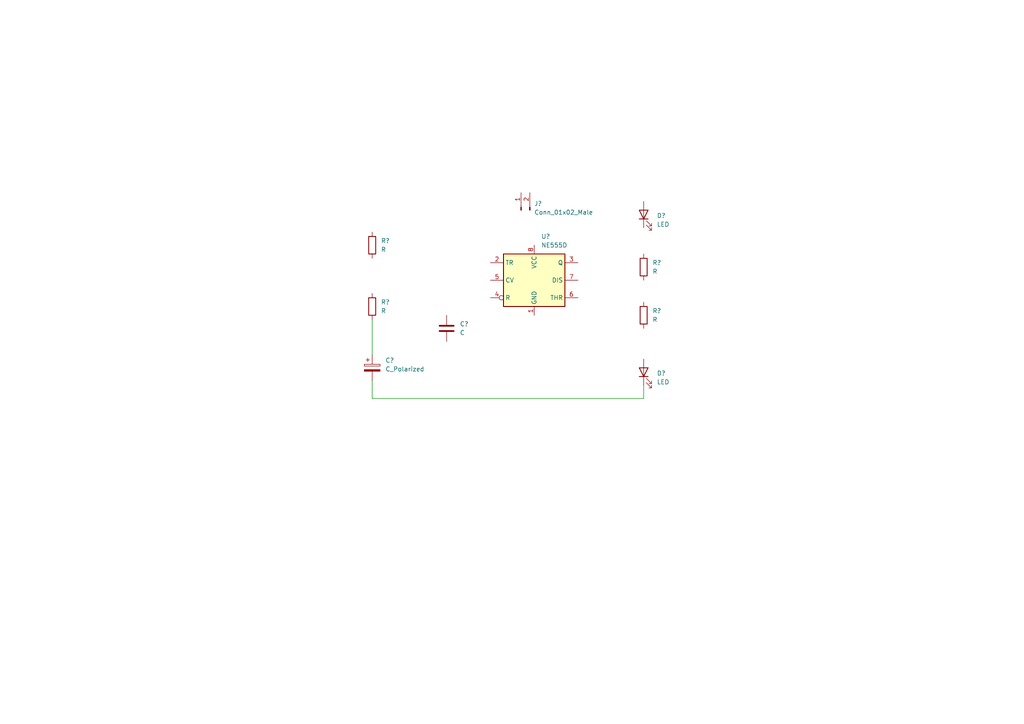
<source format=kicad_sch>
(kicad_sch (version 20211123) (generator eeschema)
  (paper "A4")
  (lib_symbols
    (symbol "Connector:Conn_01x02_Male" (pin_names (offset 1.016) hide)
      (property "Reference" "J" (at 0 2.54 0))
      (property "Value" "Conn_01x02_Male" (at 0 -5.08 0))
      (symbol "Conn_01x02_Male_1_1"
        (polyline (pts (xy 1.27 -2.54) (xy 0.8636 -2.54)) (stroke (width 0.1524)))
        (polyline (pts (xy 1.27 0) (xy 0.8636 0)) (stroke (width 0.1524)))
        (rectangle (start 0.8636 -2.413) (end 0 -2.667) (stroke (width 0.1524)) (fill (type outline)))
        (rectangle (start 0.8636 0.127) (end 0 -0.127) (stroke (width 0.1524)) (fill (type outline)))
        (pin passive line (at 5.08 0 180) (length 3.81) (name "Pin_1") (number "1"))
        (pin passive line (at 5.08 -2.54 180) (length 3.81) (name "Pin_2") (number "2"))
      )
    )
    (symbol "Device:C" (pin_numbers hide) (pin_names (offset 0.254))
      (property "Reference" "C" (at 0.635 2.54 0))
      (property "Value" "C" (at 0.635 -2.54 0))
      (symbol "C_0_1"
        (polyline (pts (xy -2.032 -0.762) (xy 2.032 -0.762)) (stroke (width 0.508)))
        (polyline (pts (xy -2.032 0.762) (xy 2.032 0.762)) (stroke (width 0.508)))
      )
      (symbol "C_1_1"
        (pin passive line (at 0 3.81 270) (length 2.794) (name "~") (number "1"))
        (pin passive line (at 0 -3.81 90) (length 2.794) (name "~") (number "2"))
      )
    )
    (symbol "Device:C_Polarized" (pin_numbers hide) (pin_names (offset 0.254))
      (property "Reference" "C" (at 0.635 2.54 0))
      (property "Value" "C_Polarized" (at 0.635 -2.54 0))
      (symbol "C_Polarized_0_1"
        (rectangle (start -2.286 0.508) (end 2.286 1.016))
        (polyline (pts (xy -1.778 2.286) (xy -0.762 2.286)))
        (polyline (pts (xy -1.27 2.794) (xy -1.27 1.778)))
        (rectangle (start 2.286 -0.508) (end -2.286 -1.016) (fill (type outline)))
      )
      (symbol "C_Polarized_1_1"
        (pin passive line (at 0 3.81 270) (length 2.794) (name "~") (number "1"))
        (pin passive line (at 0 -3.81 90) (length 2.794) (name "~") (number "2"))
      )
    )
    (symbol "Device:LED" (pin_numbers hide) (pin_names (offset 1.016) hide)
      (property "Reference" "D" (at 0 2.54 0))
      (property "Value" "LED" (at 0 -2.54 0))
      (symbol "LED_0_1"
        (polyline (pts (xy -1.27 -1.27) (xy -1.27 1.27)) (stroke (width 0.254)))
        (polyline (pts (xy -1.27 0) (xy 1.27 0)))
        (polyline (pts (xy 1.27 -1.27) (xy 1.27 1.27) (xy -1.27 0) (xy 1.27 -1.27)) (stroke (width 0.254)))
        (polyline (pts (xy -3.048 -0.762) (xy -4.572 -2.286) (xy -3.81 -2.286) (xy -4.572 -2.286) (xy -4.572 -1.524)))
        (polyline (pts (xy -1.778 -0.762) (xy -3.302 -2.286) (xy -2.54 -2.286) (xy -3.302 -2.286) (xy -3.302 -1.524)))
      )
      (symbol "LED_1_1"
        (pin passive line (at -3.81 0 0) (length 2.54) (name "K") (number "1"))
        (pin passive line (at 3.81 0 180) (length 2.54) (name "A") (number "2"))
      )
    )
    (symbol "Device:R" (pin_numbers hide) (pin_names (offset 0))
      (property "Reference" "R" (at 2.032 0 90))
      (property "Value" "R" (at 0 0 90))
      (symbol "R_0_1"
        (rectangle (start -1.016 -2.54) (end 1.016 2.54) (stroke (width 0.254)))
      )
      (symbol "R_1_1"
        (pin passive line (at 0 3.81 270) (length 1.27) (name "~") (number "1"))
        (pin passive line (at 0 -3.81 90) (length 1.27) (name "~") (number "2"))
      )
    )
    (symbol "Timer:NE555D"
      (property "Reference" "U" (at -10.16 8.89 0))
      (property "Value" "NE555D" (at 2.54 8.89 0))
      (symbol "NE555D_0_0"
        (pin power_in line (at 0 -10.16 90) (length 2.54) (name "GND") (number "1"))
        (pin power_in line (at 0 10.16 270) (length 2.54) (name "VCC") (number "8"))
      )
      (symbol "NE555D_0_1"
        (rectangle (start -8.89 -7.62) (end 8.89 7.62) (stroke (width 0.254)) (fill (type background)))
        (rectangle (start -8.89 -7.62) (end 8.89 7.62) (stroke (width 0.254)) (fill (type background)))
      )
      (symbol "NE555D_1_1"
        (pin input line (at -12.7 5.08 0) (length 3.81) (name "TR") (number "2"))
        (pin output line (at 12.7 5.08 180) (length 3.81) (name "Q") (number "3"))
        (pin input inverted (at -12.7 -5.08 0) (length 3.81) (name "R") (number "4"))
        (pin input line (at -12.7 0 0) (length 3.81) (name "CV") (number "5"))
        (pin input line (at 12.7 -5.08 180) (length 3.81) (name "THR") (number "6"))
        (pin input line (at 12.7 0 180) (length 3.81) (name "DIS") (number "7"))
      )
    )
  )
  (wire (pts (xy 107.95 92.71) (xy 107.95 102.87)))
  (wire (pts (xy 186.69 111.76) (xy 186.69 115.57)))
  (wire (pts (xy 107.95 110.49) (xy 107.95 115.57)))
  (wire (pts (xy 107.95 115.57) (xy 186.69 115.57)))
  (symbol (lib_id "Timer:NE555D") (at 154.94 81.28 0) (unit 1)
    (property "Reference" "U?" (at 156.9594 68.58 0) (effects (justify left)))
    (property "Value" "NE555D" (at 156.9594 71.12 0) (effects (justify left)))
    (property "Footprint" "Package_SO:SOIC-8_3.9x4.9mm_P1.27mm" (effects hide))
    (property "Datasheet" "http://www.ti.com/lit/ds/symlink/ne555.pdf" (effects hide))
  )
  (symbol (lib_id "Device:R") (at 107.95 88.9 0) (unit 1)
    (property "Reference" "R?" (at 110.49 87.6299 0) (effects (justify left)))
    (property "Value" "R" (at 110.49 90.1699 0) (effects (justify left)))
  )
  (symbol (lib_id "Device:R") (at 186.69 77.47 0) (unit 1)
    (property "Reference" "R?" (at 189.23 76.1999 0) (effects (justify left)))
    (property "Value" "R" (at 189.23 78.7399 0) (effects (justify left)))
  )
  (symbol (lib_id "Device:C_Polarized") (at 107.95 106.68 0) (unit 1)
    (property "Reference" "C?" (at 111.76 104.5209 0) (effects (justify left)))
    (property "Value" "C_Polarized" (at 111.76 107.0609 0) (effects (justify left)))
  )
  (symbol (lib_id "Device:C") (at 129.54 95.25 0) (unit 1)
    (property "Reference" "C?" (at 133.35 93.9799 0) (effects (justify left)))
    (property "Value" "C" (at 133.35 96.5199 0) (effects (justify left)))
  )
  (symbol (lib_id "Device:LED") (at 186.69 107.95 90) (unit 1)
    (property "Reference" "D?" (at 190.5 108.2674 90) (effects (justify right)))
    (property "Value" "LED" (at 190.5 110.8074 90) (effects (justify right)))
  )
  (symbol (lib_id "Connector:Conn_01x02_Male") (at 151.13 60.96 90) (unit 1)
    (property "Reference" "J?" (at 154.94 59.0549 90) (effects (justify right)))
    (property "Value" "Conn_01x02_Male" (at 154.94 61.5949 90) (effects (justify right)))
  )
  (symbol (lib_id "Device:LED") (at 186.69 62.23 90) (unit 1)
    (property "Reference" "D?" (at 190.5 62.5474 90) (effects (justify right)))
    (property "Value" "LED" (at 190.5 65.0874 90) (effects (justify right)))
  )
  (symbol (lib_id "Device:R") (at 107.95 71.12 0) (unit 1)
    (property "Reference" "R?" (at 110.49 69.8499 0) (effects (justify left)))
    (property "Value" "R" (at 110.49 72.3899 0) (effects (justify left)))
  )
  (symbol (lib_id "Device:R") (at 186.69 91.44 0) (unit 1)
    (property "Reference" "R?" (at 189.23 90.1699 0) (effects (justify left)))
    (property "Value" "R" (at 189.23 92.7099 0) (effects (justify left)))
  )
)
</source>
